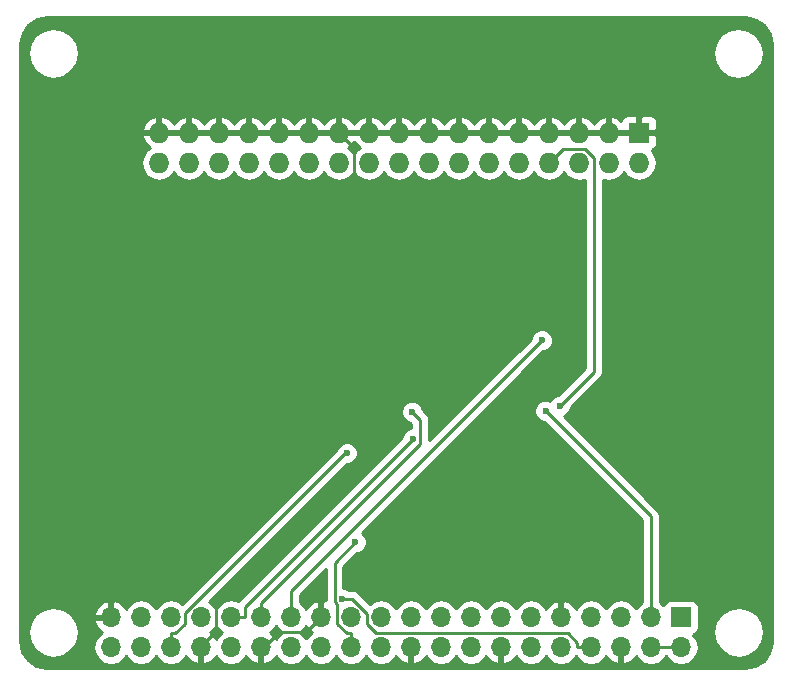
<source format=gbr>
G04 #@! TF.FileFunction,Copper,L1,Top,Signal*
%FSLAX46Y46*%
G04 Gerber Fmt 4.6, Leading zero omitted, Abs format (unit mm)*
G04 Created by KiCad (PCBNEW 4.0.7) date 01/21/18 21:35:54*
%MOMM*%
%LPD*%
G01*
G04 APERTURE LIST*
%ADD10C,0.100000*%
%ADD11R,1.700000X1.700000*%
%ADD12O,1.700000X1.700000*%
%ADD13R,1.727200X1.727200*%
%ADD14O,1.727200X1.727200*%
%ADD15C,0.600000*%
%ADD16C,0.250000*%
%ADD17C,0.254000*%
G04 APERTURE END LIST*
D10*
D11*
X166116000Y-88011000D03*
D12*
X166116000Y-90551000D03*
X163576000Y-88011000D03*
X163576000Y-90551000D03*
X161036000Y-88011000D03*
X161036000Y-90551000D03*
X158496000Y-88011000D03*
X158496000Y-90551000D03*
X155956000Y-88011000D03*
X155956000Y-90551000D03*
X153416000Y-88011000D03*
X153416000Y-90551000D03*
X150876000Y-88011000D03*
X150876000Y-90551000D03*
X148336000Y-88011000D03*
X148336000Y-90551000D03*
X145796000Y-88011000D03*
X145796000Y-90551000D03*
X143256000Y-88011000D03*
X143256000Y-90551000D03*
X140716000Y-88011000D03*
X140716000Y-90551000D03*
X138176000Y-88011000D03*
X138176000Y-90551000D03*
X135636000Y-88011000D03*
X135636000Y-90551000D03*
X133096000Y-88011000D03*
X133096000Y-90551000D03*
X130556000Y-88011000D03*
X130556000Y-90551000D03*
X128016000Y-88011000D03*
X128016000Y-90551000D03*
X125476000Y-88011000D03*
X125476000Y-90551000D03*
X122936000Y-88011000D03*
X122936000Y-90551000D03*
X120396000Y-88011000D03*
X120396000Y-90551000D03*
X117856000Y-88011000D03*
X117856000Y-90551000D03*
D13*
X162560000Y-46990000D03*
D14*
X162560000Y-49530000D03*
X160020000Y-46990000D03*
X160020000Y-49530000D03*
X157480000Y-46990000D03*
X157480000Y-49530000D03*
X154940000Y-46990000D03*
X154940000Y-49530000D03*
X152400000Y-46990000D03*
X152400000Y-49530000D03*
X149860000Y-46990000D03*
X149860000Y-49530000D03*
X147320000Y-46990000D03*
X147320000Y-49530000D03*
X144780000Y-46990000D03*
X144780000Y-49530000D03*
X142240000Y-46990000D03*
X142240000Y-49530000D03*
X139700000Y-46990000D03*
X139700000Y-49530000D03*
X137160000Y-46990000D03*
X137160000Y-49530000D03*
X134620000Y-46990000D03*
X134620000Y-49530000D03*
X132080000Y-46990000D03*
X132080000Y-49530000D03*
X129540000Y-46990000D03*
X129540000Y-49530000D03*
X127000000Y-46990000D03*
X127000000Y-49530000D03*
X124460000Y-46990000D03*
X124460000Y-49530000D03*
X121920000Y-46990000D03*
X121920000Y-49530000D03*
D15*
X139192000Y-57150000D03*
X146558000Y-77216000D03*
X129286000Y-67818000D03*
X125730000Y-74676000D03*
X129540000Y-84328000D03*
X128016000Y-81534000D03*
X155881800Y-70093400D03*
X154648000Y-70529300D03*
X137406400Y-86430000D03*
X138558000Y-81651500D03*
X154330500Y-64560400D03*
X143337400Y-70608200D03*
X143420100Y-72886200D03*
X137836000Y-74101200D03*
D16*
X130556000Y-90551000D02*
X130810000Y-90551000D01*
X130810000Y-90551000D02*
X132080000Y-89281000D01*
X132080000Y-89281000D02*
X134366000Y-89281000D01*
X134366000Y-89281000D02*
X135636000Y-88011000D01*
X138430000Y-48260000D02*
X137160000Y-46990000D01*
X138430000Y-56388000D02*
X138430000Y-48260000D01*
X139192000Y-57150000D02*
X138430000Y-56388000D01*
X129286000Y-67818000D02*
X136652000Y-67818000D01*
X125476000Y-90551000D02*
X125476000Y-90424000D01*
X125476000Y-90424000D02*
X126746000Y-89154000D01*
X126746000Y-89154000D02*
X126746000Y-87122000D01*
X126746000Y-87122000D02*
X129540000Y-84328000D01*
X125476000Y-90424000D02*
X126746000Y-89154000D01*
X126746000Y-89154000D02*
X126746000Y-86868000D01*
X158750000Y-67225200D02*
X155881800Y-70093400D01*
X158750000Y-49096700D02*
X158750000Y-67225200D01*
X157994300Y-48341000D02*
X158750000Y-49096700D01*
X156129000Y-48341000D02*
X157994300Y-48341000D01*
X154940000Y-49530000D02*
X156129000Y-48341000D01*
X163576000Y-90551000D02*
X166116000Y-90551000D01*
X163576000Y-79457300D02*
X154648000Y-70529300D01*
X163576000Y-88011000D02*
X163576000Y-79457300D01*
X157320700Y-90183600D02*
X157320700Y-90551000D01*
X156512800Y-89375700D02*
X157320700Y-90183600D01*
X140325400Y-89375700D02*
X156512800Y-89375700D01*
X139540600Y-88590900D02*
X140325400Y-89375700D01*
X139540600Y-87703500D02*
X139540600Y-88590900D01*
X138267100Y-86430000D02*
X139540600Y-87703500D01*
X137406400Y-86430000D02*
X138267100Y-86430000D01*
X158496000Y-90551000D02*
X157320700Y-90551000D01*
X138176000Y-90551000D02*
X138176000Y-89375700D01*
X137808600Y-89375700D02*
X138176000Y-89375700D01*
X137000700Y-88567800D02*
X137808600Y-89375700D01*
X137000700Y-86908600D02*
X137000700Y-88567800D01*
X136781100Y-86689000D02*
X137000700Y-86908600D01*
X136781100Y-83428400D02*
X136781100Y-86689000D01*
X138558000Y-81651500D02*
X136781100Y-83428400D01*
X133096000Y-85794900D02*
X133096000Y-88011000D01*
X154330500Y-64560400D02*
X133096000Y-85794900D01*
X144046300Y-73345400D02*
X130556000Y-86835700D01*
X144046300Y-71317100D02*
X144046300Y-73345400D01*
X143337400Y-70608200D02*
X144046300Y-71317100D01*
X130556000Y-88011000D02*
X130556000Y-86835700D01*
X129191300Y-87115000D02*
X129191300Y-88011000D01*
X143420100Y-72886200D02*
X129191300Y-87115000D01*
X128016000Y-88011000D02*
X129191300Y-88011000D01*
X123303400Y-89375700D02*
X122936000Y-89375700D01*
X124111300Y-88567800D02*
X123303400Y-89375700D01*
X124111300Y-87676200D02*
X124111300Y-88567800D01*
X137686300Y-74101200D02*
X124111300Y-87676200D01*
X137836000Y-74101200D02*
X137686300Y-74101200D01*
X122936000Y-90551000D02*
X122936000Y-89375700D01*
D17*
G36*
X172500865Y-37416800D02*
X173182832Y-37894727D01*
X173629991Y-38597249D01*
X173788000Y-39495473D01*
X173788000Y-90155599D01*
X173593700Y-91030365D01*
X173115773Y-91712332D01*
X172413251Y-92159491D01*
X171515027Y-92317500D01*
X112345901Y-92317500D01*
X111471135Y-92123200D01*
X110789168Y-91645273D01*
X110342009Y-90942751D01*
X110184000Y-90044527D01*
X110184000Y-89281000D01*
X110820955Y-89281000D01*
X110985225Y-90106840D01*
X111453025Y-90806953D01*
X112153138Y-91274753D01*
X112978978Y-91439023D01*
X113804818Y-91274753D01*
X114504931Y-90806953D01*
X114695392Y-90521907D01*
X116371000Y-90521907D01*
X116371000Y-90580093D01*
X116484039Y-91148378D01*
X116805946Y-91630147D01*
X117287715Y-91952054D01*
X117856000Y-92065093D01*
X118424285Y-91952054D01*
X118906054Y-91630147D01*
X119126000Y-91300974D01*
X119345946Y-91630147D01*
X119827715Y-91952054D01*
X120396000Y-92065093D01*
X120964285Y-91952054D01*
X121446054Y-91630147D01*
X121666000Y-91300974D01*
X121885946Y-91630147D01*
X122367715Y-91952054D01*
X122936000Y-92065093D01*
X123504285Y-91952054D01*
X123986054Y-91630147D01*
X124213702Y-91289447D01*
X124280817Y-91432358D01*
X124709076Y-91822645D01*
X125119110Y-91992476D01*
X125349000Y-91871155D01*
X125349000Y-90678000D01*
X125329000Y-90678000D01*
X125329000Y-90424000D01*
X125349000Y-90424000D01*
X125349000Y-90404000D01*
X125603000Y-90404000D01*
X125603000Y-90424000D01*
X125623000Y-90424000D01*
X125623000Y-90678000D01*
X125603000Y-90678000D01*
X125603000Y-91871155D01*
X125832890Y-91992476D01*
X126242924Y-91822645D01*
X126671183Y-91432358D01*
X126738298Y-91289447D01*
X126965946Y-91630147D01*
X127447715Y-91952054D01*
X128016000Y-92065093D01*
X128584285Y-91952054D01*
X129066054Y-91630147D01*
X129293702Y-91289447D01*
X129360817Y-91432358D01*
X129789076Y-91822645D01*
X130199110Y-91992476D01*
X130429000Y-91871155D01*
X130429000Y-90678000D01*
X130409000Y-90678000D01*
X130409000Y-90424000D01*
X130429000Y-90424000D01*
X130429000Y-90404000D01*
X130683000Y-90404000D01*
X130683000Y-90424000D01*
X130703000Y-90424000D01*
X130703000Y-90678000D01*
X130683000Y-90678000D01*
X130683000Y-91871155D01*
X130912890Y-91992476D01*
X131322924Y-91822645D01*
X131751183Y-91432358D01*
X131818298Y-91289447D01*
X132045946Y-91630147D01*
X132527715Y-91952054D01*
X133096000Y-92065093D01*
X133664285Y-91952054D01*
X134146054Y-91630147D01*
X134366000Y-91300974D01*
X134585946Y-91630147D01*
X135067715Y-91952054D01*
X135636000Y-92065093D01*
X136204285Y-91952054D01*
X136686054Y-91630147D01*
X136906000Y-91300974D01*
X137125946Y-91630147D01*
X137607715Y-91952054D01*
X138176000Y-92065093D01*
X138744285Y-91952054D01*
X139226054Y-91630147D01*
X139446000Y-91300974D01*
X139665946Y-91630147D01*
X140147715Y-91952054D01*
X140716000Y-92065093D01*
X141284285Y-91952054D01*
X141766054Y-91630147D01*
X141993702Y-91289447D01*
X142060817Y-91432358D01*
X142489076Y-91822645D01*
X142899110Y-91992476D01*
X143129000Y-91871155D01*
X143129000Y-90678000D01*
X143109000Y-90678000D01*
X143109000Y-90424000D01*
X143129000Y-90424000D01*
X143129000Y-90404000D01*
X143383000Y-90404000D01*
X143383000Y-90424000D01*
X143403000Y-90424000D01*
X143403000Y-90678000D01*
X143383000Y-90678000D01*
X143383000Y-91871155D01*
X143612890Y-91992476D01*
X144022924Y-91822645D01*
X144451183Y-91432358D01*
X144518298Y-91289447D01*
X144745946Y-91630147D01*
X145227715Y-91952054D01*
X145796000Y-92065093D01*
X146364285Y-91952054D01*
X146846054Y-91630147D01*
X147066000Y-91300974D01*
X147285946Y-91630147D01*
X147767715Y-91952054D01*
X148336000Y-92065093D01*
X148904285Y-91952054D01*
X149386054Y-91630147D01*
X149613702Y-91289447D01*
X149680817Y-91432358D01*
X150109076Y-91822645D01*
X150519110Y-91992476D01*
X150749000Y-91871155D01*
X150749000Y-90678000D01*
X150729000Y-90678000D01*
X150729000Y-90424000D01*
X150749000Y-90424000D01*
X150749000Y-90404000D01*
X151003000Y-90404000D01*
X151003000Y-90424000D01*
X151023000Y-90424000D01*
X151023000Y-90678000D01*
X151003000Y-90678000D01*
X151003000Y-91871155D01*
X151232890Y-91992476D01*
X151642924Y-91822645D01*
X152071183Y-91432358D01*
X152138298Y-91289447D01*
X152365946Y-91630147D01*
X152847715Y-91952054D01*
X153416000Y-92065093D01*
X153984285Y-91952054D01*
X154466054Y-91630147D01*
X154686000Y-91300974D01*
X154905946Y-91630147D01*
X155387715Y-91952054D01*
X155956000Y-92065093D01*
X156524285Y-91952054D01*
X157006054Y-91630147D01*
X157226000Y-91300974D01*
X157445946Y-91630147D01*
X157927715Y-91952054D01*
X158496000Y-92065093D01*
X159064285Y-91952054D01*
X159546054Y-91630147D01*
X159773702Y-91289447D01*
X159840817Y-91432358D01*
X160269076Y-91822645D01*
X160679110Y-91992476D01*
X160909000Y-91871155D01*
X160909000Y-90678000D01*
X160889000Y-90678000D01*
X160889000Y-90424000D01*
X160909000Y-90424000D01*
X160909000Y-90404000D01*
X161163000Y-90404000D01*
X161163000Y-90424000D01*
X161183000Y-90424000D01*
X161183000Y-90678000D01*
X161163000Y-90678000D01*
X161163000Y-91871155D01*
X161392890Y-91992476D01*
X161802924Y-91822645D01*
X162231183Y-91432358D01*
X162298298Y-91289447D01*
X162525946Y-91630147D01*
X163007715Y-91952054D01*
X163576000Y-92065093D01*
X164144285Y-91952054D01*
X164626054Y-91630147D01*
X164839301Y-91311000D01*
X164852699Y-91311000D01*
X165065946Y-91630147D01*
X165547715Y-91952054D01*
X166116000Y-92065093D01*
X166684285Y-91952054D01*
X167166054Y-91630147D01*
X167487961Y-91148378D01*
X167601000Y-90580093D01*
X167601000Y-90521907D01*
X167487961Y-89953622D01*
X167166054Y-89471853D01*
X167164821Y-89471029D01*
X167201317Y-89464162D01*
X167417441Y-89325090D01*
X167456092Y-89268522D01*
X168847477Y-89268522D01*
X169011747Y-90094362D01*
X169479547Y-90794475D01*
X170179660Y-91262275D01*
X171005500Y-91426545D01*
X171831340Y-91262275D01*
X172531453Y-90794475D01*
X172999253Y-90094362D01*
X173163523Y-89268522D01*
X172999253Y-88442682D01*
X172531453Y-87742569D01*
X171831340Y-87274769D01*
X171005500Y-87110499D01*
X170179660Y-87274769D01*
X169479547Y-87742569D01*
X169011747Y-88442682D01*
X168847477Y-89268522D01*
X167456092Y-89268522D01*
X167562431Y-89112890D01*
X167613440Y-88861000D01*
X167613440Y-87161000D01*
X167569162Y-86925683D01*
X167430090Y-86709559D01*
X167217890Y-86564569D01*
X166966000Y-86513560D01*
X165266000Y-86513560D01*
X165030683Y-86557838D01*
X164814559Y-86696910D01*
X164669569Y-86909110D01*
X164655914Y-86976541D01*
X164626054Y-86931853D01*
X164336000Y-86738046D01*
X164336000Y-79457300D01*
X164278148Y-79166461D01*
X164113401Y-78919899D01*
X156176717Y-70983215D01*
X156410743Y-70886517D01*
X156673992Y-70623727D01*
X156816638Y-70280199D01*
X156816679Y-70233323D01*
X159287401Y-67762601D01*
X159452148Y-67516040D01*
X159510000Y-67225200D01*
X159510000Y-50956514D01*
X160020000Y-51057959D01*
X160593489Y-50943885D01*
X161079670Y-50619029D01*
X161290000Y-50304248D01*
X161500330Y-50619029D01*
X161986511Y-50943885D01*
X162560000Y-51057959D01*
X163133489Y-50943885D01*
X163619670Y-50619029D01*
X163944526Y-50132848D01*
X164058600Y-49559359D01*
X164058600Y-49500641D01*
X163944526Y-48927152D01*
X163629474Y-48455644D01*
X163783299Y-48391927D01*
X163961927Y-48213298D01*
X164058600Y-47979909D01*
X164058600Y-47275750D01*
X163899850Y-47117000D01*
X162687000Y-47117000D01*
X162687000Y-47137000D01*
X162433000Y-47137000D01*
X162433000Y-47117000D01*
X160147000Y-47117000D01*
X160147000Y-47137000D01*
X159893000Y-47137000D01*
X159893000Y-47117000D01*
X157607000Y-47117000D01*
X157607000Y-47137000D01*
X157353000Y-47137000D01*
X157353000Y-47117000D01*
X155067000Y-47117000D01*
X155067000Y-47137000D01*
X154813000Y-47137000D01*
X154813000Y-47117000D01*
X152527000Y-47117000D01*
X152527000Y-47137000D01*
X152273000Y-47137000D01*
X152273000Y-47117000D01*
X149987000Y-47117000D01*
X149987000Y-47137000D01*
X149733000Y-47137000D01*
X149733000Y-47117000D01*
X147447000Y-47117000D01*
X147447000Y-47137000D01*
X147193000Y-47137000D01*
X147193000Y-47117000D01*
X144907000Y-47117000D01*
X144907000Y-47137000D01*
X144653000Y-47137000D01*
X144653000Y-47117000D01*
X142367000Y-47117000D01*
X142367000Y-47137000D01*
X142113000Y-47137000D01*
X142113000Y-47117000D01*
X139827000Y-47117000D01*
X139827000Y-47137000D01*
X139573000Y-47137000D01*
X139573000Y-47117000D01*
X137287000Y-47117000D01*
X137287000Y-47137000D01*
X137033000Y-47137000D01*
X137033000Y-47117000D01*
X134747000Y-47117000D01*
X134747000Y-47137000D01*
X134493000Y-47137000D01*
X134493000Y-47117000D01*
X132207000Y-47117000D01*
X132207000Y-47137000D01*
X131953000Y-47137000D01*
X131953000Y-47117000D01*
X129667000Y-47117000D01*
X129667000Y-47137000D01*
X129413000Y-47137000D01*
X129413000Y-47117000D01*
X127127000Y-47117000D01*
X127127000Y-47137000D01*
X126873000Y-47137000D01*
X126873000Y-47117000D01*
X124587000Y-47117000D01*
X124587000Y-47137000D01*
X124333000Y-47137000D01*
X124333000Y-47117000D01*
X122047000Y-47117000D01*
X122047000Y-47137000D01*
X121793000Y-47137000D01*
X121793000Y-47117000D01*
X120585531Y-47117000D01*
X120465032Y-47349027D01*
X120713179Y-47878490D01*
X121131161Y-48260008D01*
X120860330Y-48440971D01*
X120535474Y-48927152D01*
X120421400Y-49500641D01*
X120421400Y-49559359D01*
X120535474Y-50132848D01*
X120860330Y-50619029D01*
X121346511Y-50943885D01*
X121920000Y-51057959D01*
X122493489Y-50943885D01*
X122979670Y-50619029D01*
X123190000Y-50304248D01*
X123400330Y-50619029D01*
X123886511Y-50943885D01*
X124460000Y-51057959D01*
X125033489Y-50943885D01*
X125519670Y-50619029D01*
X125730000Y-50304248D01*
X125940330Y-50619029D01*
X126426511Y-50943885D01*
X127000000Y-51057959D01*
X127573489Y-50943885D01*
X128059670Y-50619029D01*
X128270000Y-50304248D01*
X128480330Y-50619029D01*
X128966511Y-50943885D01*
X129540000Y-51057959D01*
X130113489Y-50943885D01*
X130599670Y-50619029D01*
X130810000Y-50304248D01*
X131020330Y-50619029D01*
X131506511Y-50943885D01*
X132080000Y-51057959D01*
X132653489Y-50943885D01*
X133139670Y-50619029D01*
X133350000Y-50304248D01*
X133560330Y-50619029D01*
X134046511Y-50943885D01*
X134620000Y-51057959D01*
X135193489Y-50943885D01*
X135679670Y-50619029D01*
X135890000Y-50304248D01*
X136100330Y-50619029D01*
X136586511Y-50943885D01*
X137160000Y-51057959D01*
X137733489Y-50943885D01*
X138219670Y-50619029D01*
X138430000Y-50304248D01*
X138640330Y-50619029D01*
X139126511Y-50943885D01*
X139700000Y-51057959D01*
X140273489Y-50943885D01*
X140759670Y-50619029D01*
X140970000Y-50304248D01*
X141180330Y-50619029D01*
X141666511Y-50943885D01*
X142240000Y-51057959D01*
X142813489Y-50943885D01*
X143299670Y-50619029D01*
X143510000Y-50304248D01*
X143720330Y-50619029D01*
X144206511Y-50943885D01*
X144780000Y-51057959D01*
X145353489Y-50943885D01*
X145839670Y-50619029D01*
X146050000Y-50304248D01*
X146260330Y-50619029D01*
X146746511Y-50943885D01*
X147320000Y-51057959D01*
X147893489Y-50943885D01*
X148379670Y-50619029D01*
X148590000Y-50304248D01*
X148800330Y-50619029D01*
X149286511Y-50943885D01*
X149860000Y-51057959D01*
X150433489Y-50943885D01*
X150919670Y-50619029D01*
X151130000Y-50304248D01*
X151340330Y-50619029D01*
X151826511Y-50943885D01*
X152400000Y-51057959D01*
X152973489Y-50943885D01*
X153459670Y-50619029D01*
X153670000Y-50304248D01*
X153880330Y-50619029D01*
X154366511Y-50943885D01*
X154940000Y-51057959D01*
X155513489Y-50943885D01*
X155999670Y-50619029D01*
X156210000Y-50304248D01*
X156420330Y-50619029D01*
X156906511Y-50943885D01*
X157480000Y-51057959D01*
X157990000Y-50956514D01*
X157990000Y-66910398D01*
X155742120Y-69158278D01*
X155696633Y-69158238D01*
X155352857Y-69300283D01*
X155089608Y-69563073D01*
X155041017Y-69680092D01*
X154834799Y-69594462D01*
X154462833Y-69594138D01*
X154119057Y-69736183D01*
X153855808Y-69998973D01*
X153713162Y-70342501D01*
X153712838Y-70714467D01*
X153854883Y-71058243D01*
X154117673Y-71321492D01*
X154461201Y-71464138D01*
X154508077Y-71464179D01*
X162816000Y-79772102D01*
X162816000Y-86738046D01*
X162525946Y-86931853D01*
X162306000Y-87261026D01*
X162086054Y-86931853D01*
X161604285Y-86609946D01*
X161036000Y-86496907D01*
X160467715Y-86609946D01*
X159985946Y-86931853D01*
X159766000Y-87261026D01*
X159546054Y-86931853D01*
X159064285Y-86609946D01*
X158496000Y-86496907D01*
X157927715Y-86609946D01*
X157445946Y-86931853D01*
X157218298Y-87272553D01*
X157151183Y-87129642D01*
X156722924Y-86739355D01*
X156312890Y-86569524D01*
X156083000Y-86690845D01*
X156083000Y-87884000D01*
X156103000Y-87884000D01*
X156103000Y-88138000D01*
X156083000Y-88138000D01*
X156083000Y-88158000D01*
X155829000Y-88158000D01*
X155829000Y-88138000D01*
X155809000Y-88138000D01*
X155809000Y-87884000D01*
X155829000Y-87884000D01*
X155829000Y-86690845D01*
X155599110Y-86569524D01*
X155189076Y-86739355D01*
X154760817Y-87129642D01*
X154693702Y-87272553D01*
X154466054Y-86931853D01*
X153984285Y-86609946D01*
X153416000Y-86496907D01*
X152847715Y-86609946D01*
X152365946Y-86931853D01*
X152146000Y-87261026D01*
X151926054Y-86931853D01*
X151444285Y-86609946D01*
X150876000Y-86496907D01*
X150307715Y-86609946D01*
X149825946Y-86931853D01*
X149606000Y-87261026D01*
X149386054Y-86931853D01*
X148904285Y-86609946D01*
X148336000Y-86496907D01*
X147767715Y-86609946D01*
X147285946Y-86931853D01*
X147066000Y-87261026D01*
X146846054Y-86931853D01*
X146364285Y-86609946D01*
X145796000Y-86496907D01*
X145227715Y-86609946D01*
X144745946Y-86931853D01*
X144526000Y-87261026D01*
X144306054Y-86931853D01*
X143824285Y-86609946D01*
X143256000Y-86496907D01*
X142687715Y-86609946D01*
X142205946Y-86931853D01*
X141986000Y-87261026D01*
X141766054Y-86931853D01*
X141284285Y-86609946D01*
X140716000Y-86496907D01*
X140147715Y-86609946D01*
X139772535Y-86860633D01*
X138804501Y-85892599D01*
X138557939Y-85727852D01*
X138267100Y-85670000D01*
X137968863Y-85670000D01*
X137936727Y-85637808D01*
X137593199Y-85495162D01*
X137541100Y-85495117D01*
X137541100Y-83743202D01*
X138697680Y-82586622D01*
X138743167Y-82586662D01*
X139086943Y-82444617D01*
X139350192Y-82181827D01*
X139492838Y-81838299D01*
X139493162Y-81466333D01*
X139351117Y-81122557D01*
X139097353Y-80868349D01*
X154470180Y-65495522D01*
X154515667Y-65495562D01*
X154859443Y-65353517D01*
X155122692Y-65090727D01*
X155265338Y-64747199D01*
X155265662Y-64375233D01*
X155123617Y-64031457D01*
X154860827Y-63768208D01*
X154517299Y-63625562D01*
X154145333Y-63625238D01*
X153801557Y-63767283D01*
X153538308Y-64030073D01*
X153395662Y-64373601D01*
X153395621Y-64420477D01*
X144806300Y-73009798D01*
X144806300Y-71317100D01*
X144748448Y-71026261D01*
X144583701Y-70779699D01*
X144272522Y-70468520D01*
X144272562Y-70423033D01*
X144130517Y-70079257D01*
X143867727Y-69816008D01*
X143524199Y-69673362D01*
X143152233Y-69673038D01*
X142808457Y-69815083D01*
X142545208Y-70077873D01*
X142402562Y-70421401D01*
X142402238Y-70793367D01*
X142544283Y-71137143D01*
X142807073Y-71400392D01*
X143150601Y-71543038D01*
X143197477Y-71543079D01*
X143286300Y-71631902D01*
X143286300Y-71951083D01*
X143234933Y-71951038D01*
X142891157Y-72093083D01*
X142627908Y-72355873D01*
X142485262Y-72699401D01*
X142485221Y-72746277D01*
X128653899Y-86577599D01*
X128617470Y-86632119D01*
X128584285Y-86609946D01*
X128016000Y-86496907D01*
X127447715Y-86609946D01*
X126965946Y-86931853D01*
X126746000Y-87261026D01*
X126526054Y-86931853D01*
X126169015Y-86693287D01*
X137826110Y-75036192D01*
X138021167Y-75036362D01*
X138364943Y-74894317D01*
X138628192Y-74631527D01*
X138770838Y-74287999D01*
X138771162Y-73916033D01*
X138629117Y-73572257D01*
X138366327Y-73309008D01*
X138022799Y-73166362D01*
X137650833Y-73166038D01*
X137307057Y-73308083D01*
X137043808Y-73570873D01*
X136974206Y-73738492D01*
X123863040Y-86849658D01*
X123504285Y-86609946D01*
X122936000Y-86496907D01*
X122367715Y-86609946D01*
X121885946Y-86931853D01*
X121666000Y-87261026D01*
X121446054Y-86931853D01*
X120964285Y-86609946D01*
X120396000Y-86496907D01*
X119827715Y-86609946D01*
X119345946Y-86931853D01*
X119118298Y-87272553D01*
X119051183Y-87129642D01*
X118622924Y-86739355D01*
X118212890Y-86569524D01*
X117983000Y-86690845D01*
X117983000Y-87884000D01*
X118003000Y-87884000D01*
X118003000Y-88138000D01*
X117983000Y-88138000D01*
X117983000Y-88158000D01*
X117729000Y-88158000D01*
X117729000Y-88138000D01*
X116535181Y-88138000D01*
X116414514Y-88367892D01*
X116660817Y-88892358D01*
X117089076Y-89282645D01*
X117089101Y-89282655D01*
X116805946Y-89471853D01*
X116484039Y-89953622D01*
X116371000Y-90521907D01*
X114695392Y-90521907D01*
X114972731Y-90106840D01*
X115137001Y-89281000D01*
X114972731Y-88455160D01*
X114504931Y-87755047D01*
X114353865Y-87654108D01*
X116414514Y-87654108D01*
X116535181Y-87884000D01*
X117729000Y-87884000D01*
X117729000Y-86690845D01*
X117499110Y-86569524D01*
X117089076Y-86739355D01*
X116660817Y-87129642D01*
X116414514Y-87654108D01*
X114353865Y-87654108D01*
X113804818Y-87287247D01*
X112978978Y-87122977D01*
X112153138Y-87287247D01*
X111453025Y-87755047D01*
X110985225Y-88455160D01*
X110820955Y-89281000D01*
X110184000Y-89281000D01*
X110184000Y-46630973D01*
X120465032Y-46630973D01*
X120585531Y-46863000D01*
X121793000Y-46863000D01*
X121793000Y-45656183D01*
X122047000Y-45656183D01*
X122047000Y-46863000D01*
X124333000Y-46863000D01*
X124333000Y-45656183D01*
X124587000Y-45656183D01*
X124587000Y-46863000D01*
X126873000Y-46863000D01*
X126873000Y-45656183D01*
X127127000Y-45656183D01*
X127127000Y-46863000D01*
X129413000Y-46863000D01*
X129413000Y-45656183D01*
X129667000Y-45656183D01*
X129667000Y-46863000D01*
X131953000Y-46863000D01*
X131953000Y-45656183D01*
X132207000Y-45656183D01*
X132207000Y-46863000D01*
X134493000Y-46863000D01*
X134493000Y-45656183D01*
X134747000Y-45656183D01*
X134747000Y-46863000D01*
X137033000Y-46863000D01*
X137033000Y-45656183D01*
X137287000Y-45656183D01*
X137287000Y-46863000D01*
X139573000Y-46863000D01*
X139573000Y-45656183D01*
X139827000Y-45656183D01*
X139827000Y-46863000D01*
X142113000Y-46863000D01*
X142113000Y-45656183D01*
X142367000Y-45656183D01*
X142367000Y-46863000D01*
X144653000Y-46863000D01*
X144653000Y-45656183D01*
X144907000Y-45656183D01*
X144907000Y-46863000D01*
X147193000Y-46863000D01*
X147193000Y-45656183D01*
X147447000Y-45656183D01*
X147447000Y-46863000D01*
X149733000Y-46863000D01*
X149733000Y-45656183D01*
X149987000Y-45656183D01*
X149987000Y-46863000D01*
X152273000Y-46863000D01*
X152273000Y-45656183D01*
X152527000Y-45656183D01*
X152527000Y-46863000D01*
X154813000Y-46863000D01*
X154813000Y-45656183D01*
X155067000Y-45656183D01*
X155067000Y-46863000D01*
X157353000Y-46863000D01*
X157353000Y-45656183D01*
X157607000Y-45656183D01*
X157607000Y-46863000D01*
X159893000Y-46863000D01*
X159893000Y-45656183D01*
X160147000Y-45656183D01*
X160147000Y-46863000D01*
X162433000Y-46863000D01*
X162433000Y-45650150D01*
X162687000Y-45650150D01*
X162687000Y-46863000D01*
X163899850Y-46863000D01*
X164058600Y-46704250D01*
X164058600Y-46000091D01*
X163961927Y-45766702D01*
X163783299Y-45588073D01*
X163549910Y-45491400D01*
X162845750Y-45491400D01*
X162687000Y-45650150D01*
X162433000Y-45650150D01*
X162274250Y-45491400D01*
X161570090Y-45491400D01*
X161336701Y-45588073D01*
X161158073Y-45766702D01*
X161076300Y-45964120D01*
X160794947Y-45707312D01*
X160379026Y-45535042D01*
X160147000Y-45656183D01*
X159893000Y-45656183D01*
X159660974Y-45535042D01*
X159245053Y-45707312D01*
X158813179Y-46101510D01*
X158750000Y-46236313D01*
X158686821Y-46101510D01*
X158254947Y-45707312D01*
X157839026Y-45535042D01*
X157607000Y-45656183D01*
X157353000Y-45656183D01*
X157120974Y-45535042D01*
X156705053Y-45707312D01*
X156273179Y-46101510D01*
X156210000Y-46236313D01*
X156146821Y-46101510D01*
X155714947Y-45707312D01*
X155299026Y-45535042D01*
X155067000Y-45656183D01*
X154813000Y-45656183D01*
X154580974Y-45535042D01*
X154165053Y-45707312D01*
X153733179Y-46101510D01*
X153670000Y-46236313D01*
X153606821Y-46101510D01*
X153174947Y-45707312D01*
X152759026Y-45535042D01*
X152527000Y-45656183D01*
X152273000Y-45656183D01*
X152040974Y-45535042D01*
X151625053Y-45707312D01*
X151193179Y-46101510D01*
X151130000Y-46236313D01*
X151066821Y-46101510D01*
X150634947Y-45707312D01*
X150219026Y-45535042D01*
X149987000Y-45656183D01*
X149733000Y-45656183D01*
X149500974Y-45535042D01*
X149085053Y-45707312D01*
X148653179Y-46101510D01*
X148590000Y-46236313D01*
X148526821Y-46101510D01*
X148094947Y-45707312D01*
X147679026Y-45535042D01*
X147447000Y-45656183D01*
X147193000Y-45656183D01*
X146960974Y-45535042D01*
X146545053Y-45707312D01*
X146113179Y-46101510D01*
X146050000Y-46236313D01*
X145986821Y-46101510D01*
X145554947Y-45707312D01*
X145139026Y-45535042D01*
X144907000Y-45656183D01*
X144653000Y-45656183D01*
X144420974Y-45535042D01*
X144005053Y-45707312D01*
X143573179Y-46101510D01*
X143510000Y-46236313D01*
X143446821Y-46101510D01*
X143014947Y-45707312D01*
X142599026Y-45535042D01*
X142367000Y-45656183D01*
X142113000Y-45656183D01*
X141880974Y-45535042D01*
X141465053Y-45707312D01*
X141033179Y-46101510D01*
X140970000Y-46236313D01*
X140906821Y-46101510D01*
X140474947Y-45707312D01*
X140059026Y-45535042D01*
X139827000Y-45656183D01*
X139573000Y-45656183D01*
X139340974Y-45535042D01*
X138925053Y-45707312D01*
X138493179Y-46101510D01*
X138430000Y-46236313D01*
X138366821Y-46101510D01*
X137934947Y-45707312D01*
X137519026Y-45535042D01*
X137287000Y-45656183D01*
X137033000Y-45656183D01*
X136800974Y-45535042D01*
X136385053Y-45707312D01*
X135953179Y-46101510D01*
X135890000Y-46236313D01*
X135826821Y-46101510D01*
X135394947Y-45707312D01*
X134979026Y-45535042D01*
X134747000Y-45656183D01*
X134493000Y-45656183D01*
X134260974Y-45535042D01*
X133845053Y-45707312D01*
X133413179Y-46101510D01*
X133350000Y-46236313D01*
X133286821Y-46101510D01*
X132854947Y-45707312D01*
X132439026Y-45535042D01*
X132207000Y-45656183D01*
X131953000Y-45656183D01*
X131720974Y-45535042D01*
X131305053Y-45707312D01*
X130873179Y-46101510D01*
X130810000Y-46236313D01*
X130746821Y-46101510D01*
X130314947Y-45707312D01*
X129899026Y-45535042D01*
X129667000Y-45656183D01*
X129413000Y-45656183D01*
X129180974Y-45535042D01*
X128765053Y-45707312D01*
X128333179Y-46101510D01*
X128270000Y-46236313D01*
X128206821Y-46101510D01*
X127774947Y-45707312D01*
X127359026Y-45535042D01*
X127127000Y-45656183D01*
X126873000Y-45656183D01*
X126640974Y-45535042D01*
X126225053Y-45707312D01*
X125793179Y-46101510D01*
X125730000Y-46236313D01*
X125666821Y-46101510D01*
X125234947Y-45707312D01*
X124819026Y-45535042D01*
X124587000Y-45656183D01*
X124333000Y-45656183D01*
X124100974Y-45535042D01*
X123685053Y-45707312D01*
X123253179Y-46101510D01*
X123190000Y-46236313D01*
X123126821Y-46101510D01*
X122694947Y-45707312D01*
X122279026Y-45535042D01*
X122047000Y-45656183D01*
X121793000Y-45656183D01*
X121560974Y-45535042D01*
X121145053Y-45707312D01*
X120713179Y-46101510D01*
X120465032Y-46630973D01*
X110184000Y-46630973D01*
X110184000Y-40246522D01*
X110820955Y-40246522D01*
X110985225Y-41072362D01*
X111453025Y-41772475D01*
X112153138Y-42240275D01*
X112978978Y-42404545D01*
X113804818Y-42240275D01*
X114504931Y-41772475D01*
X114972731Y-41072362D01*
X115134518Y-40259000D01*
X168796455Y-40259000D01*
X168960725Y-41084840D01*
X169428525Y-41784953D01*
X170128638Y-42252753D01*
X170954478Y-42417023D01*
X171780318Y-42252753D01*
X172480431Y-41784953D01*
X172948231Y-41084840D01*
X173112501Y-40259000D01*
X172948231Y-39433160D01*
X172480431Y-38733047D01*
X171780318Y-38265247D01*
X170954478Y-38100977D01*
X170128638Y-38265247D01*
X169428525Y-38733047D01*
X168960725Y-39433160D01*
X168796455Y-40259000D01*
X115134518Y-40259000D01*
X115137001Y-40246522D01*
X114972731Y-39420682D01*
X114504931Y-38720569D01*
X113804818Y-38252769D01*
X112978978Y-38088499D01*
X112153138Y-38252769D01*
X111453025Y-38720569D01*
X110985225Y-39420682D01*
X110820955Y-40246522D01*
X110184000Y-40246522D01*
X110184000Y-39384401D01*
X110378300Y-38509635D01*
X110856227Y-37827668D01*
X111558749Y-37380509D01*
X112456973Y-37222500D01*
X171626099Y-37222500D01*
X172500865Y-37416800D01*
X172500865Y-37416800D01*
G37*
X172500865Y-37416800D02*
X173182832Y-37894727D01*
X173629991Y-38597249D01*
X173788000Y-39495473D01*
X173788000Y-90155599D01*
X173593700Y-91030365D01*
X173115773Y-91712332D01*
X172413251Y-92159491D01*
X171515027Y-92317500D01*
X112345901Y-92317500D01*
X111471135Y-92123200D01*
X110789168Y-91645273D01*
X110342009Y-90942751D01*
X110184000Y-90044527D01*
X110184000Y-89281000D01*
X110820955Y-89281000D01*
X110985225Y-90106840D01*
X111453025Y-90806953D01*
X112153138Y-91274753D01*
X112978978Y-91439023D01*
X113804818Y-91274753D01*
X114504931Y-90806953D01*
X114695392Y-90521907D01*
X116371000Y-90521907D01*
X116371000Y-90580093D01*
X116484039Y-91148378D01*
X116805946Y-91630147D01*
X117287715Y-91952054D01*
X117856000Y-92065093D01*
X118424285Y-91952054D01*
X118906054Y-91630147D01*
X119126000Y-91300974D01*
X119345946Y-91630147D01*
X119827715Y-91952054D01*
X120396000Y-92065093D01*
X120964285Y-91952054D01*
X121446054Y-91630147D01*
X121666000Y-91300974D01*
X121885946Y-91630147D01*
X122367715Y-91952054D01*
X122936000Y-92065093D01*
X123504285Y-91952054D01*
X123986054Y-91630147D01*
X124213702Y-91289447D01*
X124280817Y-91432358D01*
X124709076Y-91822645D01*
X125119110Y-91992476D01*
X125349000Y-91871155D01*
X125349000Y-90678000D01*
X125329000Y-90678000D01*
X125329000Y-90424000D01*
X125349000Y-90424000D01*
X125349000Y-90404000D01*
X125603000Y-90404000D01*
X125603000Y-90424000D01*
X125623000Y-90424000D01*
X125623000Y-90678000D01*
X125603000Y-90678000D01*
X125603000Y-91871155D01*
X125832890Y-91992476D01*
X126242924Y-91822645D01*
X126671183Y-91432358D01*
X126738298Y-91289447D01*
X126965946Y-91630147D01*
X127447715Y-91952054D01*
X128016000Y-92065093D01*
X128584285Y-91952054D01*
X129066054Y-91630147D01*
X129293702Y-91289447D01*
X129360817Y-91432358D01*
X129789076Y-91822645D01*
X130199110Y-91992476D01*
X130429000Y-91871155D01*
X130429000Y-90678000D01*
X130409000Y-90678000D01*
X130409000Y-90424000D01*
X130429000Y-90424000D01*
X130429000Y-90404000D01*
X130683000Y-90404000D01*
X130683000Y-90424000D01*
X130703000Y-90424000D01*
X130703000Y-90678000D01*
X130683000Y-90678000D01*
X130683000Y-91871155D01*
X130912890Y-91992476D01*
X131322924Y-91822645D01*
X131751183Y-91432358D01*
X131818298Y-91289447D01*
X132045946Y-91630147D01*
X132527715Y-91952054D01*
X133096000Y-92065093D01*
X133664285Y-91952054D01*
X134146054Y-91630147D01*
X134366000Y-91300974D01*
X134585946Y-91630147D01*
X135067715Y-91952054D01*
X135636000Y-92065093D01*
X136204285Y-91952054D01*
X136686054Y-91630147D01*
X136906000Y-91300974D01*
X137125946Y-91630147D01*
X137607715Y-91952054D01*
X138176000Y-92065093D01*
X138744285Y-91952054D01*
X139226054Y-91630147D01*
X139446000Y-91300974D01*
X139665946Y-91630147D01*
X140147715Y-91952054D01*
X140716000Y-92065093D01*
X141284285Y-91952054D01*
X141766054Y-91630147D01*
X141993702Y-91289447D01*
X142060817Y-91432358D01*
X142489076Y-91822645D01*
X142899110Y-91992476D01*
X143129000Y-91871155D01*
X143129000Y-90678000D01*
X143109000Y-90678000D01*
X143109000Y-90424000D01*
X143129000Y-90424000D01*
X143129000Y-90404000D01*
X143383000Y-90404000D01*
X143383000Y-90424000D01*
X143403000Y-90424000D01*
X143403000Y-90678000D01*
X143383000Y-90678000D01*
X143383000Y-91871155D01*
X143612890Y-91992476D01*
X144022924Y-91822645D01*
X144451183Y-91432358D01*
X144518298Y-91289447D01*
X144745946Y-91630147D01*
X145227715Y-91952054D01*
X145796000Y-92065093D01*
X146364285Y-91952054D01*
X146846054Y-91630147D01*
X147066000Y-91300974D01*
X147285946Y-91630147D01*
X147767715Y-91952054D01*
X148336000Y-92065093D01*
X148904285Y-91952054D01*
X149386054Y-91630147D01*
X149613702Y-91289447D01*
X149680817Y-91432358D01*
X150109076Y-91822645D01*
X150519110Y-91992476D01*
X150749000Y-91871155D01*
X150749000Y-90678000D01*
X150729000Y-90678000D01*
X150729000Y-90424000D01*
X150749000Y-90424000D01*
X150749000Y-90404000D01*
X151003000Y-90404000D01*
X151003000Y-90424000D01*
X151023000Y-90424000D01*
X151023000Y-90678000D01*
X151003000Y-90678000D01*
X151003000Y-91871155D01*
X151232890Y-91992476D01*
X151642924Y-91822645D01*
X152071183Y-91432358D01*
X152138298Y-91289447D01*
X152365946Y-91630147D01*
X152847715Y-91952054D01*
X153416000Y-92065093D01*
X153984285Y-91952054D01*
X154466054Y-91630147D01*
X154686000Y-91300974D01*
X154905946Y-91630147D01*
X155387715Y-91952054D01*
X155956000Y-92065093D01*
X156524285Y-91952054D01*
X157006054Y-91630147D01*
X157226000Y-91300974D01*
X157445946Y-91630147D01*
X157927715Y-91952054D01*
X158496000Y-92065093D01*
X159064285Y-91952054D01*
X159546054Y-91630147D01*
X159773702Y-91289447D01*
X159840817Y-91432358D01*
X160269076Y-91822645D01*
X160679110Y-91992476D01*
X160909000Y-91871155D01*
X160909000Y-90678000D01*
X160889000Y-90678000D01*
X160889000Y-90424000D01*
X160909000Y-90424000D01*
X160909000Y-90404000D01*
X161163000Y-90404000D01*
X161163000Y-90424000D01*
X161183000Y-90424000D01*
X161183000Y-90678000D01*
X161163000Y-90678000D01*
X161163000Y-91871155D01*
X161392890Y-91992476D01*
X161802924Y-91822645D01*
X162231183Y-91432358D01*
X162298298Y-91289447D01*
X162525946Y-91630147D01*
X163007715Y-91952054D01*
X163576000Y-92065093D01*
X164144285Y-91952054D01*
X164626054Y-91630147D01*
X164839301Y-91311000D01*
X164852699Y-91311000D01*
X165065946Y-91630147D01*
X165547715Y-91952054D01*
X166116000Y-92065093D01*
X166684285Y-91952054D01*
X167166054Y-91630147D01*
X167487961Y-91148378D01*
X167601000Y-90580093D01*
X167601000Y-90521907D01*
X167487961Y-89953622D01*
X167166054Y-89471853D01*
X167164821Y-89471029D01*
X167201317Y-89464162D01*
X167417441Y-89325090D01*
X167456092Y-89268522D01*
X168847477Y-89268522D01*
X169011747Y-90094362D01*
X169479547Y-90794475D01*
X170179660Y-91262275D01*
X171005500Y-91426545D01*
X171831340Y-91262275D01*
X172531453Y-90794475D01*
X172999253Y-90094362D01*
X173163523Y-89268522D01*
X172999253Y-88442682D01*
X172531453Y-87742569D01*
X171831340Y-87274769D01*
X171005500Y-87110499D01*
X170179660Y-87274769D01*
X169479547Y-87742569D01*
X169011747Y-88442682D01*
X168847477Y-89268522D01*
X167456092Y-89268522D01*
X167562431Y-89112890D01*
X167613440Y-88861000D01*
X167613440Y-87161000D01*
X167569162Y-86925683D01*
X167430090Y-86709559D01*
X167217890Y-86564569D01*
X166966000Y-86513560D01*
X165266000Y-86513560D01*
X165030683Y-86557838D01*
X164814559Y-86696910D01*
X164669569Y-86909110D01*
X164655914Y-86976541D01*
X164626054Y-86931853D01*
X164336000Y-86738046D01*
X164336000Y-79457300D01*
X164278148Y-79166461D01*
X164113401Y-78919899D01*
X156176717Y-70983215D01*
X156410743Y-70886517D01*
X156673992Y-70623727D01*
X156816638Y-70280199D01*
X156816679Y-70233323D01*
X159287401Y-67762601D01*
X159452148Y-67516040D01*
X159510000Y-67225200D01*
X159510000Y-50956514D01*
X160020000Y-51057959D01*
X160593489Y-50943885D01*
X161079670Y-50619029D01*
X161290000Y-50304248D01*
X161500330Y-50619029D01*
X161986511Y-50943885D01*
X162560000Y-51057959D01*
X163133489Y-50943885D01*
X163619670Y-50619029D01*
X163944526Y-50132848D01*
X164058600Y-49559359D01*
X164058600Y-49500641D01*
X163944526Y-48927152D01*
X163629474Y-48455644D01*
X163783299Y-48391927D01*
X163961927Y-48213298D01*
X164058600Y-47979909D01*
X164058600Y-47275750D01*
X163899850Y-47117000D01*
X162687000Y-47117000D01*
X162687000Y-47137000D01*
X162433000Y-47137000D01*
X162433000Y-47117000D01*
X160147000Y-47117000D01*
X160147000Y-47137000D01*
X159893000Y-47137000D01*
X159893000Y-47117000D01*
X157607000Y-47117000D01*
X157607000Y-47137000D01*
X157353000Y-47137000D01*
X157353000Y-47117000D01*
X155067000Y-47117000D01*
X155067000Y-47137000D01*
X154813000Y-47137000D01*
X154813000Y-47117000D01*
X152527000Y-47117000D01*
X152527000Y-47137000D01*
X152273000Y-47137000D01*
X152273000Y-47117000D01*
X149987000Y-47117000D01*
X149987000Y-47137000D01*
X149733000Y-47137000D01*
X149733000Y-47117000D01*
X147447000Y-47117000D01*
X147447000Y-47137000D01*
X147193000Y-47137000D01*
X147193000Y-47117000D01*
X144907000Y-47117000D01*
X144907000Y-47137000D01*
X144653000Y-47137000D01*
X144653000Y-47117000D01*
X142367000Y-47117000D01*
X142367000Y-47137000D01*
X142113000Y-47137000D01*
X142113000Y-47117000D01*
X139827000Y-47117000D01*
X139827000Y-47137000D01*
X139573000Y-47137000D01*
X139573000Y-47117000D01*
X137287000Y-47117000D01*
X137287000Y-47137000D01*
X137033000Y-47137000D01*
X137033000Y-47117000D01*
X134747000Y-47117000D01*
X134747000Y-47137000D01*
X134493000Y-47137000D01*
X134493000Y-47117000D01*
X132207000Y-47117000D01*
X132207000Y-47137000D01*
X131953000Y-47137000D01*
X131953000Y-47117000D01*
X129667000Y-47117000D01*
X129667000Y-47137000D01*
X129413000Y-47137000D01*
X129413000Y-47117000D01*
X127127000Y-47117000D01*
X127127000Y-47137000D01*
X126873000Y-47137000D01*
X126873000Y-47117000D01*
X124587000Y-47117000D01*
X124587000Y-47137000D01*
X124333000Y-47137000D01*
X124333000Y-47117000D01*
X122047000Y-47117000D01*
X122047000Y-47137000D01*
X121793000Y-47137000D01*
X121793000Y-47117000D01*
X120585531Y-47117000D01*
X120465032Y-47349027D01*
X120713179Y-47878490D01*
X121131161Y-48260008D01*
X120860330Y-48440971D01*
X120535474Y-48927152D01*
X120421400Y-49500641D01*
X120421400Y-49559359D01*
X120535474Y-50132848D01*
X120860330Y-50619029D01*
X121346511Y-50943885D01*
X121920000Y-51057959D01*
X122493489Y-50943885D01*
X122979670Y-50619029D01*
X123190000Y-50304248D01*
X123400330Y-50619029D01*
X123886511Y-50943885D01*
X124460000Y-51057959D01*
X125033489Y-50943885D01*
X125519670Y-50619029D01*
X125730000Y-50304248D01*
X125940330Y-50619029D01*
X126426511Y-50943885D01*
X127000000Y-51057959D01*
X127573489Y-50943885D01*
X128059670Y-50619029D01*
X128270000Y-50304248D01*
X128480330Y-50619029D01*
X128966511Y-50943885D01*
X129540000Y-51057959D01*
X130113489Y-50943885D01*
X130599670Y-50619029D01*
X130810000Y-50304248D01*
X131020330Y-50619029D01*
X131506511Y-50943885D01*
X132080000Y-51057959D01*
X132653489Y-50943885D01*
X133139670Y-50619029D01*
X133350000Y-50304248D01*
X133560330Y-50619029D01*
X134046511Y-50943885D01*
X134620000Y-51057959D01*
X135193489Y-50943885D01*
X135679670Y-50619029D01*
X135890000Y-50304248D01*
X136100330Y-50619029D01*
X136586511Y-50943885D01*
X137160000Y-51057959D01*
X137733489Y-50943885D01*
X138219670Y-50619029D01*
X138430000Y-50304248D01*
X138640330Y-50619029D01*
X139126511Y-50943885D01*
X139700000Y-51057959D01*
X140273489Y-50943885D01*
X140759670Y-50619029D01*
X140970000Y-50304248D01*
X141180330Y-50619029D01*
X141666511Y-50943885D01*
X142240000Y-51057959D01*
X142813489Y-50943885D01*
X143299670Y-50619029D01*
X143510000Y-50304248D01*
X143720330Y-50619029D01*
X144206511Y-50943885D01*
X144780000Y-51057959D01*
X145353489Y-50943885D01*
X145839670Y-50619029D01*
X146050000Y-50304248D01*
X146260330Y-50619029D01*
X146746511Y-50943885D01*
X147320000Y-51057959D01*
X147893489Y-50943885D01*
X148379670Y-50619029D01*
X148590000Y-50304248D01*
X148800330Y-50619029D01*
X149286511Y-50943885D01*
X149860000Y-51057959D01*
X150433489Y-50943885D01*
X150919670Y-50619029D01*
X151130000Y-50304248D01*
X151340330Y-50619029D01*
X151826511Y-50943885D01*
X152400000Y-51057959D01*
X152973489Y-50943885D01*
X153459670Y-50619029D01*
X153670000Y-50304248D01*
X153880330Y-50619029D01*
X154366511Y-50943885D01*
X154940000Y-51057959D01*
X155513489Y-50943885D01*
X155999670Y-50619029D01*
X156210000Y-50304248D01*
X156420330Y-50619029D01*
X156906511Y-50943885D01*
X157480000Y-51057959D01*
X157990000Y-50956514D01*
X157990000Y-66910398D01*
X155742120Y-69158278D01*
X155696633Y-69158238D01*
X155352857Y-69300283D01*
X155089608Y-69563073D01*
X155041017Y-69680092D01*
X154834799Y-69594462D01*
X154462833Y-69594138D01*
X154119057Y-69736183D01*
X153855808Y-69998973D01*
X153713162Y-70342501D01*
X153712838Y-70714467D01*
X153854883Y-71058243D01*
X154117673Y-71321492D01*
X154461201Y-71464138D01*
X154508077Y-71464179D01*
X162816000Y-79772102D01*
X162816000Y-86738046D01*
X162525946Y-86931853D01*
X162306000Y-87261026D01*
X162086054Y-86931853D01*
X161604285Y-86609946D01*
X161036000Y-86496907D01*
X160467715Y-86609946D01*
X159985946Y-86931853D01*
X159766000Y-87261026D01*
X159546054Y-86931853D01*
X159064285Y-86609946D01*
X158496000Y-86496907D01*
X157927715Y-86609946D01*
X157445946Y-86931853D01*
X157218298Y-87272553D01*
X157151183Y-87129642D01*
X156722924Y-86739355D01*
X156312890Y-86569524D01*
X156083000Y-86690845D01*
X156083000Y-87884000D01*
X156103000Y-87884000D01*
X156103000Y-88138000D01*
X156083000Y-88138000D01*
X156083000Y-88158000D01*
X155829000Y-88158000D01*
X155829000Y-88138000D01*
X155809000Y-88138000D01*
X155809000Y-87884000D01*
X155829000Y-87884000D01*
X155829000Y-86690845D01*
X155599110Y-86569524D01*
X155189076Y-86739355D01*
X154760817Y-87129642D01*
X154693702Y-87272553D01*
X154466054Y-86931853D01*
X153984285Y-86609946D01*
X153416000Y-86496907D01*
X152847715Y-86609946D01*
X152365946Y-86931853D01*
X152146000Y-87261026D01*
X151926054Y-86931853D01*
X151444285Y-86609946D01*
X150876000Y-86496907D01*
X150307715Y-86609946D01*
X149825946Y-86931853D01*
X149606000Y-87261026D01*
X149386054Y-86931853D01*
X148904285Y-86609946D01*
X148336000Y-86496907D01*
X147767715Y-86609946D01*
X147285946Y-86931853D01*
X147066000Y-87261026D01*
X146846054Y-86931853D01*
X146364285Y-86609946D01*
X145796000Y-86496907D01*
X145227715Y-86609946D01*
X144745946Y-86931853D01*
X144526000Y-87261026D01*
X144306054Y-86931853D01*
X143824285Y-86609946D01*
X143256000Y-86496907D01*
X142687715Y-86609946D01*
X142205946Y-86931853D01*
X141986000Y-87261026D01*
X141766054Y-86931853D01*
X141284285Y-86609946D01*
X140716000Y-86496907D01*
X140147715Y-86609946D01*
X139772535Y-86860633D01*
X138804501Y-85892599D01*
X138557939Y-85727852D01*
X138267100Y-85670000D01*
X137968863Y-85670000D01*
X137936727Y-85637808D01*
X137593199Y-85495162D01*
X137541100Y-85495117D01*
X137541100Y-83743202D01*
X138697680Y-82586622D01*
X138743167Y-82586662D01*
X139086943Y-82444617D01*
X139350192Y-82181827D01*
X139492838Y-81838299D01*
X139493162Y-81466333D01*
X139351117Y-81122557D01*
X139097353Y-80868349D01*
X154470180Y-65495522D01*
X154515667Y-65495562D01*
X154859443Y-65353517D01*
X155122692Y-65090727D01*
X155265338Y-64747199D01*
X155265662Y-64375233D01*
X155123617Y-64031457D01*
X154860827Y-63768208D01*
X154517299Y-63625562D01*
X154145333Y-63625238D01*
X153801557Y-63767283D01*
X153538308Y-64030073D01*
X153395662Y-64373601D01*
X153395621Y-64420477D01*
X144806300Y-73009798D01*
X144806300Y-71317100D01*
X144748448Y-71026261D01*
X144583701Y-70779699D01*
X144272522Y-70468520D01*
X144272562Y-70423033D01*
X144130517Y-70079257D01*
X143867727Y-69816008D01*
X143524199Y-69673362D01*
X143152233Y-69673038D01*
X142808457Y-69815083D01*
X142545208Y-70077873D01*
X142402562Y-70421401D01*
X142402238Y-70793367D01*
X142544283Y-71137143D01*
X142807073Y-71400392D01*
X143150601Y-71543038D01*
X143197477Y-71543079D01*
X143286300Y-71631902D01*
X143286300Y-71951083D01*
X143234933Y-71951038D01*
X142891157Y-72093083D01*
X142627908Y-72355873D01*
X142485262Y-72699401D01*
X142485221Y-72746277D01*
X128653899Y-86577599D01*
X128617470Y-86632119D01*
X128584285Y-86609946D01*
X128016000Y-86496907D01*
X127447715Y-86609946D01*
X126965946Y-86931853D01*
X126746000Y-87261026D01*
X126526054Y-86931853D01*
X126169015Y-86693287D01*
X137826110Y-75036192D01*
X138021167Y-75036362D01*
X138364943Y-74894317D01*
X138628192Y-74631527D01*
X138770838Y-74287999D01*
X138771162Y-73916033D01*
X138629117Y-73572257D01*
X138366327Y-73309008D01*
X138022799Y-73166362D01*
X137650833Y-73166038D01*
X137307057Y-73308083D01*
X137043808Y-73570873D01*
X136974206Y-73738492D01*
X123863040Y-86849658D01*
X123504285Y-86609946D01*
X122936000Y-86496907D01*
X122367715Y-86609946D01*
X121885946Y-86931853D01*
X121666000Y-87261026D01*
X121446054Y-86931853D01*
X120964285Y-86609946D01*
X120396000Y-86496907D01*
X119827715Y-86609946D01*
X119345946Y-86931853D01*
X119118298Y-87272553D01*
X119051183Y-87129642D01*
X118622924Y-86739355D01*
X118212890Y-86569524D01*
X117983000Y-86690845D01*
X117983000Y-87884000D01*
X118003000Y-87884000D01*
X118003000Y-88138000D01*
X117983000Y-88138000D01*
X117983000Y-88158000D01*
X117729000Y-88158000D01*
X117729000Y-88138000D01*
X116535181Y-88138000D01*
X116414514Y-88367892D01*
X116660817Y-88892358D01*
X117089076Y-89282645D01*
X117089101Y-89282655D01*
X116805946Y-89471853D01*
X116484039Y-89953622D01*
X116371000Y-90521907D01*
X114695392Y-90521907D01*
X114972731Y-90106840D01*
X115137001Y-89281000D01*
X114972731Y-88455160D01*
X114504931Y-87755047D01*
X114353865Y-87654108D01*
X116414514Y-87654108D01*
X116535181Y-87884000D01*
X117729000Y-87884000D01*
X117729000Y-86690845D01*
X117499110Y-86569524D01*
X117089076Y-86739355D01*
X116660817Y-87129642D01*
X116414514Y-87654108D01*
X114353865Y-87654108D01*
X113804818Y-87287247D01*
X112978978Y-87122977D01*
X112153138Y-87287247D01*
X111453025Y-87755047D01*
X110985225Y-88455160D01*
X110820955Y-89281000D01*
X110184000Y-89281000D01*
X110184000Y-46630973D01*
X120465032Y-46630973D01*
X120585531Y-46863000D01*
X121793000Y-46863000D01*
X121793000Y-45656183D01*
X122047000Y-45656183D01*
X122047000Y-46863000D01*
X124333000Y-46863000D01*
X124333000Y-45656183D01*
X124587000Y-45656183D01*
X124587000Y-46863000D01*
X126873000Y-46863000D01*
X126873000Y-45656183D01*
X127127000Y-45656183D01*
X127127000Y-46863000D01*
X129413000Y-46863000D01*
X129413000Y-45656183D01*
X129667000Y-45656183D01*
X129667000Y-46863000D01*
X131953000Y-46863000D01*
X131953000Y-45656183D01*
X132207000Y-45656183D01*
X132207000Y-46863000D01*
X134493000Y-46863000D01*
X134493000Y-45656183D01*
X134747000Y-45656183D01*
X134747000Y-46863000D01*
X137033000Y-46863000D01*
X137033000Y-45656183D01*
X137287000Y-45656183D01*
X137287000Y-46863000D01*
X139573000Y-46863000D01*
X139573000Y-45656183D01*
X139827000Y-45656183D01*
X139827000Y-46863000D01*
X142113000Y-46863000D01*
X142113000Y-45656183D01*
X142367000Y-45656183D01*
X142367000Y-46863000D01*
X144653000Y-46863000D01*
X144653000Y-45656183D01*
X144907000Y-45656183D01*
X144907000Y-46863000D01*
X147193000Y-46863000D01*
X147193000Y-45656183D01*
X147447000Y-45656183D01*
X147447000Y-46863000D01*
X149733000Y-46863000D01*
X149733000Y-45656183D01*
X149987000Y-45656183D01*
X149987000Y-46863000D01*
X152273000Y-46863000D01*
X152273000Y-45656183D01*
X152527000Y-45656183D01*
X152527000Y-46863000D01*
X154813000Y-46863000D01*
X154813000Y-45656183D01*
X155067000Y-45656183D01*
X155067000Y-46863000D01*
X157353000Y-46863000D01*
X157353000Y-45656183D01*
X157607000Y-45656183D01*
X157607000Y-46863000D01*
X159893000Y-46863000D01*
X159893000Y-45656183D01*
X160147000Y-45656183D01*
X160147000Y-46863000D01*
X162433000Y-46863000D01*
X162433000Y-45650150D01*
X162687000Y-45650150D01*
X162687000Y-46863000D01*
X163899850Y-46863000D01*
X164058600Y-46704250D01*
X164058600Y-46000091D01*
X163961927Y-45766702D01*
X163783299Y-45588073D01*
X163549910Y-45491400D01*
X162845750Y-45491400D01*
X162687000Y-45650150D01*
X162433000Y-45650150D01*
X162274250Y-45491400D01*
X161570090Y-45491400D01*
X161336701Y-45588073D01*
X161158073Y-45766702D01*
X161076300Y-45964120D01*
X160794947Y-45707312D01*
X160379026Y-45535042D01*
X160147000Y-45656183D01*
X159893000Y-45656183D01*
X159660974Y-45535042D01*
X159245053Y-45707312D01*
X158813179Y-46101510D01*
X158750000Y-46236313D01*
X158686821Y-46101510D01*
X158254947Y-45707312D01*
X157839026Y-45535042D01*
X157607000Y-45656183D01*
X157353000Y-45656183D01*
X157120974Y-45535042D01*
X156705053Y-45707312D01*
X156273179Y-46101510D01*
X156210000Y-46236313D01*
X156146821Y-46101510D01*
X155714947Y-45707312D01*
X155299026Y-45535042D01*
X155067000Y-45656183D01*
X154813000Y-45656183D01*
X154580974Y-45535042D01*
X154165053Y-45707312D01*
X153733179Y-46101510D01*
X153670000Y-46236313D01*
X153606821Y-46101510D01*
X153174947Y-45707312D01*
X152759026Y-45535042D01*
X152527000Y-45656183D01*
X152273000Y-45656183D01*
X152040974Y-45535042D01*
X151625053Y-45707312D01*
X151193179Y-46101510D01*
X151130000Y-46236313D01*
X151066821Y-46101510D01*
X150634947Y-45707312D01*
X150219026Y-45535042D01*
X149987000Y-45656183D01*
X149733000Y-45656183D01*
X149500974Y-45535042D01*
X149085053Y-45707312D01*
X148653179Y-46101510D01*
X148590000Y-46236313D01*
X148526821Y-46101510D01*
X148094947Y-45707312D01*
X147679026Y-45535042D01*
X147447000Y-45656183D01*
X147193000Y-45656183D01*
X146960974Y-45535042D01*
X146545053Y-45707312D01*
X146113179Y-46101510D01*
X146050000Y-46236313D01*
X145986821Y-46101510D01*
X145554947Y-45707312D01*
X145139026Y-45535042D01*
X144907000Y-45656183D01*
X144653000Y-45656183D01*
X144420974Y-45535042D01*
X144005053Y-45707312D01*
X143573179Y-46101510D01*
X143510000Y-46236313D01*
X143446821Y-46101510D01*
X143014947Y-45707312D01*
X142599026Y-45535042D01*
X142367000Y-45656183D01*
X142113000Y-45656183D01*
X141880974Y-45535042D01*
X141465053Y-45707312D01*
X141033179Y-46101510D01*
X140970000Y-46236313D01*
X140906821Y-46101510D01*
X140474947Y-45707312D01*
X140059026Y-45535042D01*
X139827000Y-45656183D01*
X139573000Y-45656183D01*
X139340974Y-45535042D01*
X138925053Y-45707312D01*
X138493179Y-46101510D01*
X138430000Y-46236313D01*
X138366821Y-46101510D01*
X137934947Y-45707312D01*
X137519026Y-45535042D01*
X137287000Y-45656183D01*
X137033000Y-45656183D01*
X136800974Y-45535042D01*
X136385053Y-45707312D01*
X135953179Y-46101510D01*
X135890000Y-46236313D01*
X135826821Y-46101510D01*
X135394947Y-45707312D01*
X134979026Y-45535042D01*
X134747000Y-45656183D01*
X134493000Y-45656183D01*
X134260974Y-45535042D01*
X133845053Y-45707312D01*
X133413179Y-46101510D01*
X133350000Y-46236313D01*
X133286821Y-46101510D01*
X132854947Y-45707312D01*
X132439026Y-45535042D01*
X132207000Y-45656183D01*
X131953000Y-45656183D01*
X131720974Y-45535042D01*
X131305053Y-45707312D01*
X130873179Y-46101510D01*
X130810000Y-46236313D01*
X130746821Y-46101510D01*
X130314947Y-45707312D01*
X129899026Y-45535042D01*
X129667000Y-45656183D01*
X129413000Y-45656183D01*
X129180974Y-45535042D01*
X128765053Y-45707312D01*
X128333179Y-46101510D01*
X128270000Y-46236313D01*
X128206821Y-46101510D01*
X127774947Y-45707312D01*
X127359026Y-45535042D01*
X127127000Y-45656183D01*
X126873000Y-45656183D01*
X126640974Y-45535042D01*
X126225053Y-45707312D01*
X125793179Y-46101510D01*
X125730000Y-46236313D01*
X125666821Y-46101510D01*
X125234947Y-45707312D01*
X124819026Y-45535042D01*
X124587000Y-45656183D01*
X124333000Y-45656183D01*
X124100974Y-45535042D01*
X123685053Y-45707312D01*
X123253179Y-46101510D01*
X123190000Y-46236313D01*
X123126821Y-46101510D01*
X122694947Y-45707312D01*
X122279026Y-45535042D01*
X122047000Y-45656183D01*
X121793000Y-45656183D01*
X121560974Y-45535042D01*
X121145053Y-45707312D01*
X120713179Y-46101510D01*
X120465032Y-46630973D01*
X110184000Y-46630973D01*
X110184000Y-40246522D01*
X110820955Y-40246522D01*
X110985225Y-41072362D01*
X111453025Y-41772475D01*
X112153138Y-42240275D01*
X112978978Y-42404545D01*
X113804818Y-42240275D01*
X114504931Y-41772475D01*
X114972731Y-41072362D01*
X115134518Y-40259000D01*
X168796455Y-40259000D01*
X168960725Y-41084840D01*
X169428525Y-41784953D01*
X170128638Y-42252753D01*
X170954478Y-42417023D01*
X171780318Y-42252753D01*
X172480431Y-41784953D01*
X172948231Y-41084840D01*
X173112501Y-40259000D01*
X172948231Y-39433160D01*
X172480431Y-38733047D01*
X171780318Y-38265247D01*
X170954478Y-38100977D01*
X170128638Y-38265247D01*
X169428525Y-38733047D01*
X168960725Y-39433160D01*
X168796455Y-40259000D01*
X115134518Y-40259000D01*
X115137001Y-40246522D01*
X114972731Y-39420682D01*
X114504931Y-38720569D01*
X113804818Y-38252769D01*
X112978978Y-38088499D01*
X112153138Y-38252769D01*
X111453025Y-38720569D01*
X110985225Y-39420682D01*
X110820955Y-40246522D01*
X110184000Y-40246522D01*
X110184000Y-39384401D01*
X110378300Y-38509635D01*
X110856227Y-37827668D01*
X111558749Y-37380509D01*
X112456973Y-37222500D01*
X171626099Y-37222500D01*
X172500865Y-37416800D01*
G36*
X126965946Y-89090147D02*
X127251578Y-89281000D01*
X126965946Y-89471853D01*
X126738298Y-89812553D01*
X126671183Y-89669642D01*
X126242924Y-89279355D01*
X126242899Y-89279345D01*
X126526054Y-89090147D01*
X126746000Y-88760974D01*
X126965946Y-89090147D01*
X126965946Y-89090147D01*
G37*
X126965946Y-89090147D02*
X127251578Y-89281000D01*
X126965946Y-89471853D01*
X126738298Y-89812553D01*
X126671183Y-89669642D01*
X126242924Y-89279355D01*
X126242899Y-89279345D01*
X126526054Y-89090147D01*
X126746000Y-88760974D01*
X126965946Y-89090147D01*
G36*
X132045946Y-89090147D02*
X132331578Y-89281000D01*
X132045946Y-89471853D01*
X131818298Y-89812553D01*
X131751183Y-89669642D01*
X131322924Y-89279355D01*
X131322899Y-89279345D01*
X131606054Y-89090147D01*
X131826000Y-88760974D01*
X132045946Y-89090147D01*
X132045946Y-89090147D01*
G37*
X132045946Y-89090147D02*
X132331578Y-89281000D01*
X132045946Y-89471853D01*
X131818298Y-89812553D01*
X131751183Y-89669642D01*
X131322924Y-89279355D01*
X131322899Y-89279345D01*
X131606054Y-89090147D01*
X131826000Y-88760974D01*
X132045946Y-89090147D01*
G36*
X134440817Y-88892358D02*
X134869076Y-89282645D01*
X134869101Y-89282655D01*
X134585946Y-89471853D01*
X134366000Y-89801026D01*
X134146054Y-89471853D01*
X133860422Y-89281000D01*
X134146054Y-89090147D01*
X134373702Y-88749447D01*
X134440817Y-88892358D01*
X134440817Y-88892358D01*
G37*
X134440817Y-88892358D02*
X134869076Y-89282645D01*
X134869101Y-89282655D01*
X134585946Y-89471853D01*
X134366000Y-89801026D01*
X134146054Y-89471853D01*
X133860422Y-89281000D01*
X134146054Y-89090147D01*
X134373702Y-88749447D01*
X134440817Y-88892358D01*
G36*
X136021100Y-86581208D02*
X135992890Y-86569524D01*
X135763000Y-86690845D01*
X135763000Y-87884000D01*
X135783000Y-87884000D01*
X135783000Y-88138000D01*
X135763000Y-88138000D01*
X135763000Y-88158000D01*
X135509000Y-88158000D01*
X135509000Y-88138000D01*
X135489000Y-88138000D01*
X135489000Y-87884000D01*
X135509000Y-87884000D01*
X135509000Y-86690845D01*
X135279110Y-86569524D01*
X134869076Y-86739355D01*
X134440817Y-87129642D01*
X134373702Y-87272553D01*
X134146054Y-86931853D01*
X133856000Y-86738046D01*
X133856000Y-86109702D01*
X136021100Y-83944602D01*
X136021100Y-86581208D01*
X136021100Y-86581208D01*
G37*
X136021100Y-86581208D02*
X135992890Y-86569524D01*
X135763000Y-86690845D01*
X135763000Y-87884000D01*
X135783000Y-87884000D01*
X135783000Y-88138000D01*
X135763000Y-88138000D01*
X135763000Y-88158000D01*
X135509000Y-88158000D01*
X135509000Y-88138000D01*
X135489000Y-88138000D01*
X135489000Y-87884000D01*
X135509000Y-87884000D01*
X135509000Y-86690845D01*
X135279110Y-86569524D01*
X134869076Y-86739355D01*
X134440817Y-87129642D01*
X134373702Y-87272553D01*
X134146054Y-86931853D01*
X133856000Y-86738046D01*
X133856000Y-86109702D01*
X136021100Y-83944602D01*
X136021100Y-86581208D01*
G36*
X138493179Y-47878490D02*
X138911161Y-48260008D01*
X138640330Y-48440971D01*
X138430000Y-48755752D01*
X138219670Y-48440971D01*
X137948839Y-48260008D01*
X138366821Y-47878490D01*
X138430000Y-47743687D01*
X138493179Y-47878490D01*
X138493179Y-47878490D01*
G37*
X138493179Y-47878490D02*
X138911161Y-48260008D01*
X138640330Y-48440971D01*
X138430000Y-48755752D01*
X138219670Y-48440971D01*
X137948839Y-48260008D01*
X138366821Y-47878490D01*
X138430000Y-47743687D01*
X138493179Y-47878490D01*
M02*

</source>
